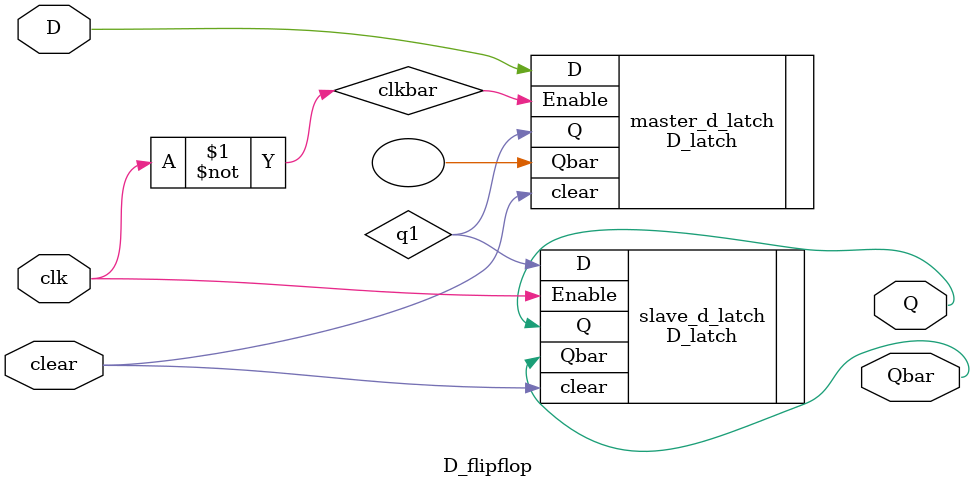
<source format=v>
`timescale 1 ps/ 1 ps
module D_flipflop(Q, Qbar, D, clk, clear);
output Q, Qbar;
input D, clk, clear;



wire q1, clkbar; 

D_latch master_d_latch(.Q(q1), 
		.Qbar(), 
		.D(D), 
		.Enable(clkbar), .
		clear(clear));
		
not(clkbar, clk);
		
D_latch slave_d_latch(.Q(Q), 
							.Qbar(Qbar), 
							.D(q1), 
							.Enable(clk), .
							clear(clear));
							
							

endmodule


</source>
